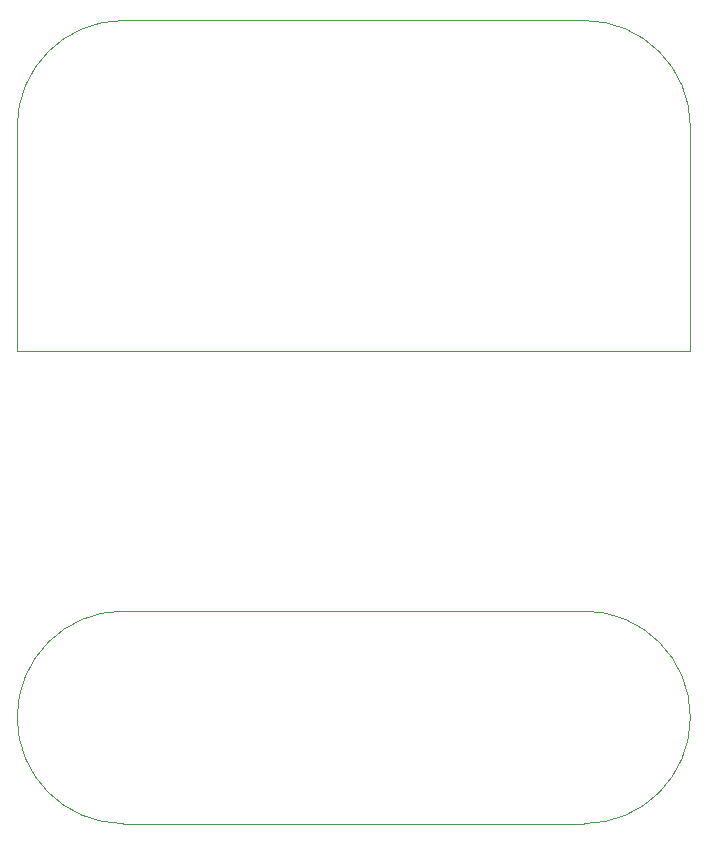
<source format=gbr>
G04 #@! TF.GenerationSoftware,KiCad,Pcbnew,(5.1.8)-1*
G04 #@! TF.CreationDate,2020-12-10T13:26:07-05:00*
G04 #@! TF.ProjectId,dl3000-adapters,646c3330-3030-42d6-9164-617074657273,rev?*
G04 #@! TF.SameCoordinates,Original*
G04 #@! TF.FileFunction,Profile,NP*
%FSLAX46Y46*%
G04 Gerber Fmt 4.6, Leading zero omitted, Abs format (unit mm)*
G04 Created by KiCad (PCBNEW (5.1.8)-1) date 2020-12-10 13:26:07*
%MOMM*%
%LPD*%
G01*
G04 APERTURE LIST*
G04 #@! TA.AperFunction,Profile*
%ADD10C,0.050000*%
G04 #@! TD*
G04 APERTURE END LIST*
D10*
X178500000Y-69000000D02*
X178500000Y-50000000D01*
X121500000Y-69000000D02*
X178500000Y-69000000D01*
X121500000Y-50000000D02*
X121500000Y-69000000D01*
X169500000Y-41000000D02*
G75*
G02*
X178500000Y-50000000I0J-9000000D01*
G01*
X121500000Y-50000000D02*
G75*
G02*
X130500000Y-41000000I9000000J0D01*
G01*
X130500000Y-41000000D02*
X169500000Y-41000000D01*
X169500000Y-91000000D02*
G75*
G02*
X169500000Y-109000000I0J-9000000D01*
G01*
X130500000Y-109000000D02*
G75*
G02*
X130500000Y-91000000I0J9000000D01*
G01*
X130500000Y-109000000D02*
X169500000Y-109000000D01*
X130500000Y-91000000D02*
X169500000Y-91000000D01*
M02*

</source>
